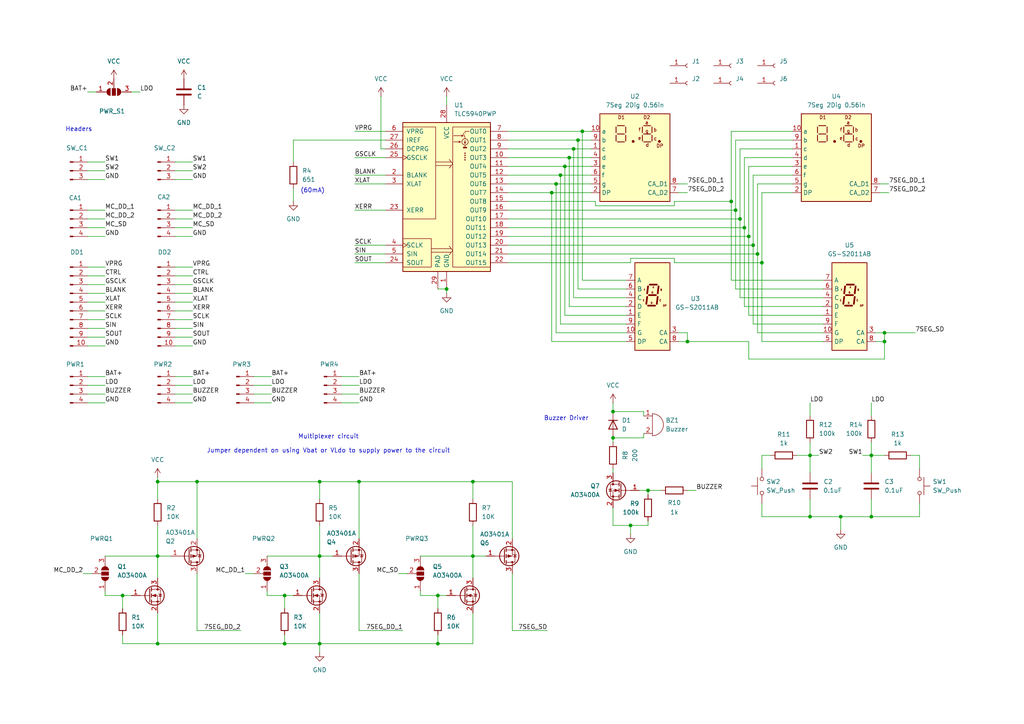
<source format=kicad_sch>
(kicad_sch (version 20231120) (generator "eeschema") (generator_version "8.0")
  (paper "A4")
  (lib_symbols
    (symbol "Connector:Conn_01x01_Socket" (pin_names (offset 1.016) hide)
      (property "Reference" "J" (at 0 2.54 0))
      (property "Value" "Conn_01x01_Socket" (at 0 -2.54 0))
      (symbol "Conn_01x01_Socket_1_1"
        (pin passive line (at -5.08 0 0) (length 3.81) (name "Pin_1") (number "1"))
      )
    )
    (symbol "Connector:Conn_01x03_Pin" (pin_names (offset 1.016) hide)
      (property "Reference" "J" (at 0 5.08 0))
      (property "Value" "Conn_01x03_Pin" (at 0 -5.08 0))
      (symbol "Conn_01x03_Pin_1_1"
        (pin passive line (at 5.08 2.54 180) (length 3.81) (name "Pin_1") (number "1"))
        (pin passive line (at 5.08 0 180) (length 3.81) (name "Pin_2") (number "2"))
        (pin passive line (at 5.08 -2.54 180) (length 3.81) (name "Pin_3") (number "3"))
      )
    )
    (symbol "Connector:Conn_01x04_Pin" (pin_names (offset 1.016) hide)
      (property "Reference" "J" (at 0 5.08 0))
      (property "Value" "Conn_01x04_Pin" (at 0 -7.62 0))
      (symbol "Conn_01x04_Pin_1_1"
        (pin passive line (at 5.08 2.54 180) (length 3.81) (name "Pin_1") (number "1"))
        (pin passive line (at 5.08 0 180) (length 3.81) (name "Pin_2") (number "2"))
        (pin passive line (at 5.08 -2.54 180) (length 3.81) (name "Pin_3") (number "3"))
        (pin passive line (at 5.08 -5.08 180) (length 3.81) (name "Pin_4") (number "4"))
      )
    )
    (symbol "Connector:Conn_01x10_Pin" (pin_names (offset 1.016) hide)
      (property "Reference" "J" (at 0 12.7 0))
      (property "Value" "Conn_01x10_Pin" (at 0 -15.24 0))
      (symbol "Conn_01x10_Pin_1_1"
        (pin passive line (at 5.08 10.16 180) (length 3.81) (name "Pin_1") (number "1"))
        (pin passive line (at 5.08 -12.7 180) (length 3.81) (name "Pin_10") (number "10"))
        (pin passive line (at 5.08 7.62 180) (length 3.81) (name "Pin_2") (number "2"))
        (pin passive line (at 5.08 5.08 180) (length 3.81) (name "Pin_3") (number "3"))
        (pin passive line (at 5.08 2.54 180) (length 3.81) (name "Pin_4") (number "4"))
        (pin passive line (at 5.08 0 180) (length 3.81) (name "Pin_5") (number "5"))
        (pin passive line (at 5.08 -2.54 180) (length 3.81) (name "Pin_6") (number "6"))
        (pin passive line (at 5.08 -5.08 180) (length 3.81) (name "Pin_7") (number "7"))
        (pin passive line (at 5.08 -7.62 180) (length 3.81) (name "Pin_8") (number "8"))
        (pin passive line (at 5.08 -10.16 180) (length 3.81) (name "Pin_9") (number "9"))
      )
    )
    (symbol "Device:Buzzer" (pin_names (offset 0.0254) hide)
      (property "Reference" "BZ" (at 3.81 1.27 0))
      (property "Value" "Buzzer" (at 3.81 -1.27 0))
      (symbol "Buzzer_1_1"
        (pin passive line (at -2.54 2.54 0) (length 2.54) (name "-") (number "1"))
        (pin passive line (at -2.54 -2.54 0) (length 2.54) (name "+") (number "2"))
      )
    )
    (symbol "Device:C" (pin_numbers hide) (pin_names (offset 0.254))
      (property "Reference" "C" (at 0.635 2.54 0))
      (property "Value" "C" (at 0.635 -2.54 0))
      (symbol "C_1_1"
        (pin passive line (at 0 3.81 270) (length 2.794) (name "~") (number "1"))
        (pin passive line (at 0 -3.81 90) (length 2.794) (name "~") (number "2"))
      )
    )
    (symbol "Device:D" (pin_numbers hide) (pin_names (offset 1.016) hide)
      (property "Reference" "D" (at 0 2.54 0))
      (property "Value" "D" (at 0 -2.54 0))
      (symbol "D_1_1"
        (pin passive line (at -3.81 0 0) (length 2.54) (name "K") (number "1"))
        (pin passive line (at 3.81 0 180) (length 2.54) (name "A") (number "2"))
      )
    )
    (symbol "Device:R" (pin_numbers hide) (pin_names (offset 0))
      (property "Reference" "R" (at 2.032 0 90))
      (property "Value" "R" (at 0 0 90))
      (symbol "R_1_1"
        (pin passive line (at 0 3.81 270) (length 1.27) (name "~") (number "1"))
        (pin passive line (at 0 -3.81 90) (length 1.27) (name "~") (number "2"))
      )
    )
    (symbol "Driver_LED:TLC5940PWP" (pin_names (offset 1.016))
      (property "Reference" "U" (at -12.7 22.225 0))
      (property "Value" "TLC5940PWP" (at 1.27 22.225 0))
      (symbol "TLC5940PWP_1_1"
        (pin power_in line (at 0 -27.94 90) (length 5.08) (name "GND") (number "1"))
        (pin open_collector line (at 17.78 10.16 180) (length 5.08) (name "OUT3") (number "10"))
        (pin open_collector line (at 17.78 7.62 180) (length 5.08) (name "OUT4") (number "11"))
        (pin open_collector line (at 17.78 5.08 180) (length 5.08) (name "OUT5") (number "12"))
        (pin open_collector line (at 17.78 2.54 180) (length 5.08) (name "OUT6") (number "13"))
        (pin open_collector line (at 17.78 0 180) (length 5.08) (name "OUT7") (number "14"))
        (pin open_collector line (at 17.78 -2.54 180) (length 5.08) (name "OUT8") (number "15"))
        (pin open_collector line (at 17.78 -5.08 180) (length 5.08) (name "OUT9") (number "16"))
        (pin open_collector line (at 17.78 -7.62 180) (length 5.08) (name "OUT10") (number "17"))
        (pin open_collector line (at 17.78 -10.16 180) (length 5.08) (name "OUT11") (number "18"))
        (pin open_collector line (at 17.78 -12.7 180) (length 5.08) (name "OUT12") (number "19"))
        (pin input line (at -17.78 5.08 0) (length 5.08) (name "BLANK") (number "2"))
        (pin open_collector line (at 17.78 -15.24 180) (length 5.08) (name "OUT13") (number "20"))
        (pin open_collector line (at 17.78 -17.78 180) (length 5.08) (name "OUT14") (number "21"))
        (pin open_collector line (at 17.78 -20.32 180) (length 5.08) (name "OUT15") (number "22"))
        (pin open_collector line (at -17.78 -5.08 0) (length 5.08) (name "XERR") (number "23"))
        (pin output line (at -17.78 -20.32 0) (length 5.08) (name "SOUT") (number "24"))
        (pin input clock (at -17.78 10.16 0) (length 5.08) (name "GSCLK") (number "25"))
        (pin input line (at -17.78 12.7 0) (length 5.08) (name "DCPRG") (number "26"))
        (pin input line (at -17.78 15.24 0) (length 5.08) (name "IREF") (number "27"))
        (pin power_in line (at 0 25.4 270) (length 5.08) (name "VCC") (number "28"))
        (pin input line (at -2.54 -27.94 90) (length 5.08) (name "PAD") (number "29"))
        (pin input line (at -17.78 2.54 0) (length 5.08) (name "XLAT") (number "3"))
        (pin input clock (at -17.78 -15.24 0) (length 5.08) (name "SCLK") (number "4"))
        (pin input line (at -17.78 -17.78 0) (length 5.08) (name "SIN") (number "5"))
        (pin input line (at -17.78 17.78 0) (length 5.08) (name "VPRG") (number "6"))
        (pin open_collector line (at 17.78 17.78 180) (length 5.08) (name "OUT0") (number "7"))
        (pin open_collector line (at 17.78 15.24 180) (length 5.08) (name "OUT1") (number "8"))
        (pin open_collector line (at 17.78 12.7 180) (length 5.08) (name "OUT2") (number "9"))
      )
    )
    (symbol "Jumper:SolderJumper_3_Open" (pin_names (offset 0) hide)
      (property "Reference" "JP" (at -2.54 -2.54 0))
      (property "Value" "SolderJumper_3_Open" (at 0 2.794 0))
      (symbol "SolderJumper_3_Open_1_1"
        (pin passive line (at -5.08 0 0) (length 2.54) (name "A") (number "1"))
        (pin passive line (at 0 -3.81 90) (length 2.54) (name "C") (number "2"))
        (pin passive line (at 5.08 0 180) (length 2.54) (name "B") (number "3"))
      )
    )
    (symbol "Luis:7Seg 0.2in" (pin_names (offset 0.635))
      (property "Reference" "U" (at -2.54 13.97 0))
      (property "Value" "GS-S2011AB" (at 1.27 13.97 0))
      (symbol "7Seg 0.2in_0_0"
        (text "A" (at 0.254 5.588 0) (effects (font (size 0.508 0.508))))
        (text "B" (at 2.54 4.826 0) (effects (font (size 0.508 0.508))))
        (text "C" (at 2.286 1.778 0) (effects (font (size 0.508 0.508))))
        (text "D" (at -0.254 1.016 0) (effects (font (size 0.508 0.508))))
        (text "DP" (at 3.556 0.254 0) (effects (font (size 0.508 0.508))))
        (text "E" (at -2.54 1.778 0) (effects (font (size 0.508 0.508))))
        (text "F" (at -2.286 4.826 0) (effects (font (size 0.508 0.508))))
        (text "G" (at 0 4.064 0) (effects (font (size 0.508 0.508))))
      )
      (symbol "7Seg 0.2in_1_1"
        (pin input line (at -7.62 -2.54 0) (length 2.54) (name "E") (number "1"))
        (pin input line (at -7.62 -7.62 0) (length 2.54) (name "G") (number "10"))
        (pin input line (at -7.62 0 0) (length 2.54) (name "D") (number "2"))
        (pin input line (at 7.62 -7.62 180) (length 2.54) (name "CA") (number "3"))
        (pin input line (at -7.62 2.54 0) (length 2.54) (name "C") (number "4"))
        (pin input line (at -7.62 -10.16 0) (length 2.54) (name "DP") (number "5"))
        (pin input line (at -7.62 5.08 0) (length 2.54) (name "B") (number "6"))
        (pin input line (at -7.62 7.62 0) (length 2.54) (name "A") (number "7"))
        (pin input line (at 7.62 -10.16 180) (length 2.54) (name "CA") (number "8"))
        (pin input line (at -7.62 -5.08 0) (length 2.54) (name "F") (number "9"))
      )
    )
    (symbol "Luis:7Seg 2Dig 0.56in"
      (property "Reference" "U" (at -8.89 13.97 0))
      (property "Value" "7Seg 2Dig 0.56in" (at -2.794 -14.224 0))
      (symbol "7Seg 2Dig 0.56in_0_0"
        (text "a" (at 3.4544 10.1854 0) (effects (font (size 0.9906 0.9906))))
        (text "b" (at 5.842 8.0772 0) (effects (font (size 0.9906 0.9906))))
        (text "c" (at 5.9436 5.5372 0) (effects (font (size 0.9906 0.9906))))
        (text "d" (at 3.6068 3.683 0) (effects (font (size 0.9906 0.9906))))
        (text "D1" (at -3.937 11.684 0) (effects (font (size 0.9906 0.9906))))
        (text "D2" (at 3.429 11.684 0) (effects (font (size 0.9906 0.9906))))
        (text "DP" (at 7.239 3.429 0) (effects (font (size 0.9906 0.9906))))
        (text "e" (at 1.3716 5.6388 0) (effects (font (size 0.9906 0.9906))))
        (text "f" (at 1.3716 8.1026 0) (effects (font (size 0.9906 0.9906))))
        (text "g" (at 3.5052 7.7216 0) (effects (font (size 0.9906 0.9906))))
      )
      (symbol "7Seg 2Dig 0.56in_1_1"
        (pin input line (at -12.7 2.54 0) (length 2.54) (name "c") (number "1"))
        (pin input line (at -12.7 7.62 0) (length 2.54) (name "a") (number "10"))
        (pin input line (at -12.7 -10.16 0) (length 2.54) (name "DP") (number "2"))
        (pin input line (at -12.7 -2.54 0) (length 2.54) (name "e") (number "3"))
        (pin input line (at -12.7 0 0) (length 2.54) (name "d") (number "4"))
        (pin input line (at -12.7 -7.62 0) (length 2.54) (name "g") (number "5"))
        (pin input line (at -12.7 -5.08 0) (length 2.54) (name "f") (number "6"))
        (pin input line (at 12.7 -10.16 180) (length 2.54) (name "CA_D2") (number "7"))
        (pin input line (at 12.7 -7.62 180) (length 2.54) (name "CA_D1") (number "8"))
        (pin input line (at -12.7 5.08 0) (length 2.54) (name "b") (number "9"))
      )
    )
    (symbol "Switch:SW_Push" (pin_numbers hide) (pin_names (offset 1.016) hide)
      (property "Reference" "SW" (at 1.27 2.54 0))
      (property "Value" "SW_Push" (at 0 -1.524 0))
      (symbol "SW_Push_0_1"
        (pin passive line (at -5.08 0 0) (length 2.54) (name "1") (number "1"))
        (pin passive line (at 5.08 0 180) (length 2.54) (name "2") (number "2"))
      )
    )
    (symbol "Transistor_FET:AO3400A" (pin_names hide)
      (property "Reference" "Q" (at 5.08 1.905 0))
      (property "Value" "AO3400A" (at 5.08 0 0))
      (symbol "AO3400A_1_1"
        (pin input line (at -5.08 0 0) (length 2.54) (name "G") (number "1"))
        (pin passive line (at 2.54 -5.08 90) (length 2.54) (name "S") (number "2"))
        (pin passive line (at 2.54 5.08 270) (length 2.54) (name "D") (number "3"))
      )
    )
    (symbol "Transistor_FET:AO3401A" (pin_names hide)
      (property "Reference" "Q" (at 5.08 1.905 0))
      (property "Value" "AO3401A" (at 5.08 0 0))
      (symbol "AO3401A_1_1"
        (pin input line (at -5.08 0 0) (length 2.54) (name "G") (number "1"))
        (pin passive line (at 2.54 -5.08 90) (length 2.54) (name "S") (number "2"))
        (pin passive line (at 2.54 5.08 270) (length 2.54) (name "D") (number "3"))
      )
    )
    (symbol "power:GND" (power) (pin_numbers hide) (pin_names (offset 0) hide)
      (property "Value" "GND" (at 0 -3.81 0))
      (symbol "GND_1_1"
        (pin power_in line (at 0 0 270) (length 0) (name "~") (number "1"))
      )
    )
    (symbol "power:VCC" (power) (pin_numbers hide) (pin_names (offset 0) hide)
      (property "Value" "VCC" (at 0 3.556 0))
      (symbol "VCC_1_1"
        (pin power_in line (at 0 0 90) (length 0) (name "~") (number "1"))
      )
    )
  )
  (junction (at 160.02 55.88))
  (junction (at 166.37 43.18))
  (junction (at 92.71 139.7))
  (junction (at 256.54 99.06))
  (junction (at 215.9 66.04))
  (junction (at 127 186.69))
  (junction (at 219.71 73.66))
  (junction (at 129.54 83.82))
  (junction (at 45.72 186.69))
  (junction (at 187.96 142.24))
  (junction (at 127 172.72))
  (junction (at 182.88 152.4))
  (junction (at 161.29 53.34))
  (junction (at 217.17 68.58))
  (junction (at 163.83 48.26))
  (junction (at 137.16 161.29))
  (junction (at 243.84 149.86))
  (junction (at 214.63 63.5))
  (junction (at 252.73 132.08))
  (junction (at 35.56 172.72))
  (junction (at 212.09 58.42))
  (junction (at 104.14 139.7))
  (junction (at 218.44 71.12))
  (junction (at 92.71 161.29))
  (junction (at 213.36 60.96))
  (junction (at 162.56 50.8))
  (junction (at 82.55 172.72))
  (junction (at 45.72 139.7))
  (junction (at 199.39 99.06))
  (junction (at 234.95 149.86))
  (junction (at 167.64 40.64))
  (junction (at 137.16 139.7))
  (junction (at 57.15 139.7))
  (junction (at 256.54 96.52))
  (junction (at 45.72 161.29))
  (junction (at 92.71 186.69))
  (junction (at 234.95 132.08))
  (junction (at 220.98 76.2))
  (junction (at 168.91 38.1))
  (junction (at 177.8 119.38))
  (junction (at 177.8 127))
  (junction (at 82.55 186.69))
  (junction (at 165.1 45.72))
  (junction (at 252.73 149.86))
  (wire (pts (xy 129.54 85.09) (xy 129.54 83.82)))
  (wire (pts (xy 35.56 186.69) (xy 45.72 186.69)))
  (wire (pts (xy 85.09 58.42) (xy 85.09 54.61)))
  (wire (pts (xy 229.87 55.88) (xy 220.98 55.88)))
  (wire (pts (xy 45.72 161.29) (xy 45.72 167.64)))
  (wire (pts (xy 187.96 152.4) (xy 182.88 152.4)))
  (wire (pts (xy 167.64 83.82) (xy 181.61 83.82)))
  (wire (pts (xy 85.09 40.64) (xy 111.76 40.64)))
  (wire (pts (xy 217.17 99.06) (xy 217.17 104.14)))
  (wire (pts (xy 30.48 100.33) (xy 25.4 100.33)))
  (wire (pts (xy 229.87 50.8) (xy 218.44 50.8)))
  (wire (pts (xy 92.71 161.29) (xy 92.71 167.64)))
  (wire (pts (xy 147.32 53.34) (xy 161.29 53.34)))
  (wire (pts (xy 163.83 48.26) (xy 171.45 48.26)))
  (wire (pts (xy 25.4 26.67) (xy 27.94 26.67)))
  (wire (pts (xy 220.98 132.08) (xy 223.52 132.08)))
  (wire (pts (xy 161.29 53.34) (xy 161.29 96.52)))
  (wire (pts (xy 85.09 46.99) (xy 85.09 40.64)))
  (wire (pts (xy 137.16 161.29) (xy 140.97 161.29)))
  (wire (pts (xy 147.32 55.88) (xy 160.02 55.88)))
  (wire (pts (xy 147.32 45.72) (xy 165.1 45.72)))
  (wire (pts (xy 147.32 48.26) (xy 163.83 48.26)))
  (wire (pts (xy 45.72 161.29) (xy 49.53 161.29)))
  (wire (pts (xy 57.15 166.37) (xy 57.15 182.88)))
  (wire (pts (xy 243.84 149.86) (xy 252.73 149.86)))
  (wire (pts (xy 55.88 82.55) (xy 50.8 82.55)))
  (wire (pts (xy 195.58 74.93) (xy 195.58 76.2)))
  (wire (pts (xy 195.58 58.42) (xy 212.09 58.42)))
  (wire (pts (xy 163.83 91.44) (xy 181.61 91.44)))
  (wire (pts (xy 158.75 182.88) (xy 148.59 182.88)))
  (wire (pts (xy 115.57 166.37) (xy 118.11 166.37)))
  (wire (pts (xy 212.09 38.1) (xy 229.87 38.1)))
  (wire (pts (xy 73.66 111.76) (xy 78.74 111.76)))
  (wire (pts (xy 45.72 138.43) (xy 45.72 139.7)))
  (wire (pts (xy 104.14 139.7) (xy 137.16 139.7)))
  (wire (pts (xy 162.56 50.8) (xy 171.45 50.8)))
  (wire (pts (xy 30.48 87.63) (xy 25.4 87.63)))
  (wire (pts (xy 182.88 74.93) (xy 195.58 74.93)))
  (wire (pts (xy 234.95 128.27) (xy 234.95 132.08)))
  (wire (pts (xy 127 172.72) (xy 127 176.53)))
  (wire (pts (xy 220.98 135.89) (xy 220.98 132.08)))
  (wire (pts (xy 55.88 46.99) (xy 50.8 46.99)))
  (wire (pts (xy 45.72 177.8) (xy 45.72 186.69)))
  (wire (pts (xy 99.06 114.3) (xy 104.14 114.3)))
  (wire (pts (xy 147.32 50.8) (xy 162.56 50.8)))
  (wire (pts (xy 30.48 92.71) (xy 25.4 92.71)))
  (wire (pts (xy 147.32 66.04) (xy 215.9 66.04)))
  (wire (pts (xy 167.64 40.64) (xy 167.64 83.82)))
  (wire (pts (xy 234.95 116.84) (xy 234.95 120.65)))
  (wire (pts (xy 177.8 119.38) (xy 186.69 119.38)))
  (wire (pts (xy 172.72 59.69) (xy 195.58 59.69)))
  (wire (pts (xy 147.32 40.64) (xy 167.64 40.64)))
  (wire (pts (xy 102.87 60.96) (xy 111.76 60.96)))
  (wire (pts (xy 199.39 99.06) (xy 217.17 99.06)))
  (wire (pts (xy 182.88 74.93) (xy 182.88 76.2)))
  (wire (pts (xy 30.48 85.09) (xy 25.4 85.09)))
  (wire (pts (xy 30.48 63.5) (xy 25.4 63.5)))
  (wire (pts (xy 127 83.82) (xy 129.54 83.82)))
  (wire (pts (xy 167.64 40.64) (xy 171.45 40.64)))
  (wire (pts (xy 104.14 139.7) (xy 104.14 156.21)))
  (wire (pts (xy 30.48 52.07) (xy 25.4 52.07)))
  (wire (pts (xy 177.8 152.4) (xy 177.8 147.32)))
  (wire (pts (xy 30.48 97.79) (xy 25.4 97.79)))
  (wire (pts (xy 55.88 66.04) (xy 50.8 66.04)))
  (wire (pts (xy 57.15 139.7) (xy 45.72 139.7)))
  (wire (pts (xy 254 96.52) (xy 256.54 96.52)))
  (wire (pts (xy 234.95 132.08) (xy 237.49 132.08)))
  (wire (pts (xy 30.48 161.29) (xy 45.72 161.29)))
  (wire (pts (xy 182.88 152.4) (xy 177.8 152.4)))
  (wire (pts (xy 212.09 58.42) (xy 212.09 81.28)))
  (wire (pts (xy 256.54 99.06) (xy 256.54 96.52)))
  (wire (pts (xy 69.85 182.88) (xy 57.15 182.88)))
  (wire (pts (xy 127 172.72) (xy 129.54 172.72)))
  (wire (pts (xy 229.87 48.26) (xy 217.17 48.26)))
  (wire (pts (xy 254 99.06) (xy 256.54 99.06)))
  (wire (pts (xy 160.02 55.88) (xy 160.02 99.06)))
  (wire (pts (xy 199.39 99.06) (xy 199.39 96.52)))
  (wire (pts (xy 266.7 149.86) (xy 266.7 146.05)))
  (wire (pts (xy 252.73 132.08) (xy 252.73 137.16)))
  (wire (pts (xy 256.54 96.52) (xy 265.43 96.52)))
  (wire (pts (xy 30.48 66.04) (xy 25.4 66.04)))
  (wire (pts (xy 217.17 68.58) (xy 217.17 91.44)))
  (wire (pts (xy 252.73 149.86) (xy 266.7 149.86)))
  (wire (pts (xy 40.64 26.67) (xy 38.1 26.67)))
  (wire (pts (xy 220.98 149.86) (xy 234.95 149.86)))
  (wire (pts (xy 147.32 63.5) (xy 214.63 63.5)))
  (wire (pts (xy 82.55 186.69) (xy 92.71 186.69)))
  (wire (pts (xy 219.71 73.66) (xy 219.71 96.52)))
  (wire (pts (xy 214.63 86.36) (xy 238.76 86.36)))
  (wire (pts (xy 213.36 60.96) (xy 213.36 83.82)))
  (wire (pts (xy 199.39 96.52) (xy 196.85 96.52)))
  (wire (pts (xy 102.87 38.1) (xy 111.76 38.1)))
  (wire (pts (xy 177.8 127) (xy 177.8 128.27)))
  (wire (pts (xy 92.71 161.29) (xy 96.52 161.29)))
  (wire (pts (xy 104.14 139.7) (xy 92.71 139.7)))
  (wire (pts (xy 55.88 92.71) (xy 50.8 92.71)))
  (wire (pts (xy 182.88 76.2) (xy 147.32 76.2)))
  (wire (pts (xy 199.39 55.88) (xy 196.85 55.88)))
  (wire (pts (xy 165.1 45.72) (xy 165.1 88.9)))
  (wire (pts (xy 187.96 152.4) (xy 187.96 151.13)))
  (wire (pts (xy 55.88 95.25) (xy 50.8 95.25)))
  (wire (pts (xy 199.39 142.24) (xy 201.93 142.24)))
  (wire (pts (xy 177.8 116.84) (xy 177.8 119.38)))
  (wire (pts (xy 231.14 132.08) (xy 234.95 132.08)))
  (wire (pts (xy 104.14 116.84) (xy 99.06 116.84)))
  (wire (pts (xy 196.85 99.06) (xy 199.39 99.06)))
  (wire (pts (xy 55.88 90.17) (xy 50.8 90.17)))
  (wire (pts (xy 229.87 43.18) (xy 214.63 43.18)))
  (wire (pts (xy 229.87 53.34) (xy 219.71 53.34)))
  (wire (pts (xy 121.92 172.72) (xy 127 172.72)))
  (wire (pts (xy 30.48 60.96) (xy 25.4 60.96)))
  (wire (pts (xy 177.8 135.89) (xy 177.8 137.16)))
  (wire (pts (xy 55.88 100.33) (xy 50.8 100.33)))
  (wire (pts (xy 137.16 167.64) (xy 137.16 161.29)))
  (wire (pts (xy 92.71 139.7) (xy 92.71 144.78)))
  (wire (pts (xy 30.48 68.58) (xy 25.4 68.58)))
  (wire (pts (xy 256.54 99.06) (xy 256.54 104.14)))
  (wire (pts (xy 25.4 114.3) (xy 30.48 114.3)))
  (wire (pts (xy 212.09 81.28) (xy 238.76 81.28)))
  (wire (pts (xy 77.47 161.29) (xy 92.71 161.29)))
  (wire (pts (xy 166.37 43.18) (xy 166.37 86.36)))
  (wire (pts (xy 50.8 111.76) (xy 55.88 111.76)))
  (wire (pts (xy 78.74 116.84) (xy 73.66 116.84)))
  (wire (pts (xy 45.72 152.4) (xy 45.72 161.29)))
  (wire (pts (xy 55.88 116.84) (xy 50.8 116.84)))
  (wire (pts (xy 148.59 139.7) (xy 148.59 156.21)))
  (wire (pts (xy 187.96 142.24) (xy 187.96 143.51)))
  (wire (pts (xy 162.56 93.98) (xy 181.61 93.98)))
  (wire (pts (xy 212.09 38.1) (xy 212.09 58.42)))
  (wire (pts (xy 45.72 139.7) (xy 45.72 144.78)))
  (wire (pts (xy 162.56 50.8) (xy 162.56 93.98)))
  (wire (pts (xy 214.63 63.5) (xy 214.63 86.36)))
  (wire (pts (xy 182.88 154.94) (xy 182.88 152.4)))
  (wire (pts (xy 102.87 45.72) (xy 111.76 45.72)))
  (wire (pts (xy 30.48 95.25) (xy 25.4 95.25)))
  (wire (pts (xy 45.72 186.69) (xy 82.55 186.69)))
  (wire (pts (xy 218.44 71.12) (xy 218.44 93.98)))
  (wire (pts (xy 50.8 114.3) (xy 55.88 114.3)))
  (wire (pts (xy 82.55 172.72) (xy 82.55 176.53)))
  (wire (pts (xy 147.32 38.1) (xy 168.91 38.1)))
  (wire (pts (xy 195.58 76.2) (xy 220.98 76.2)))
  (wire (pts (xy 220.98 76.2) (xy 220.98 99.06)))
  (wire (pts (xy 168.91 81.28) (xy 181.61 81.28)))
  (wire (pts (xy 57.15 139.7) (xy 57.15 156.21)))
  (wire (pts (xy 147.32 68.58) (xy 217.17 68.58)))
  (wire (pts (xy 252.73 128.27) (xy 252.73 132.08)))
  (wire (pts (xy 215.9 66.04) (xy 215.9 88.9)))
  (wire (pts (xy 104.14 166.37) (xy 104.14 182.88)))
  (wire (pts (xy 219.71 53.34) (xy 219.71 73.66)))
  (wire (pts (xy 195.58 59.69) (xy 195.58 58.42)))
  (wire (pts (xy 30.48 171.45) (xy 30.48 172.72)))
  (wire (pts (xy 55.88 68.58) (xy 50.8 68.58)))
  (wire (pts (xy 30.48 116.84) (xy 25.4 116.84)))
  (wire (pts (xy 165.1 88.9) (xy 181.61 88.9)))
  (wire (pts (xy 50.8 109.22) (xy 55.88 109.22)))
  (wire (pts (xy 25.4 111.76) (xy 30.48 111.76)))
  (wire (pts (xy 55.88 85.09) (xy 50.8 85.09)))
  (wire (pts (xy 264.16 132.08) (xy 266.7 132.08)))
  (wire (pts (xy 214.63 43.18) (xy 214.63 63.5)))
  (wire (pts (xy 137.16 139.7) (xy 137.16 144.78)))
  (wire (pts (xy 217.17 104.14) (xy 256.54 104.14)))
  (wire (pts (xy 257.81 55.88) (xy 255.27 55.88)))
  (wire (pts (xy 217.17 48.26) (xy 217.17 68.58)))
  (wire (pts (xy 55.88 60.96) (xy 50.8 60.96)))
  (wire (pts (xy 77.47 171.45) (xy 77.47 172.72)))
  (wire (pts (xy 252.73 144.78) (xy 252.73 149.86)))
  (wire (pts (xy 177.8 127) (xy 186.69 127)))
  (wire (pts (xy 55.88 63.5) (xy 50.8 63.5)))
  (wire (pts (xy 102.87 53.34) (xy 111.76 53.34)))
  (wire (pts (xy 191.77 142.24) (xy 187.96 142.24)))
  (wire (pts (xy 213.36 40.64) (xy 213.36 60.96)))
  (wire (pts (xy 161.29 53.34) (xy 171.45 53.34)))
  (wire (pts (xy 199.39 53.34) (xy 196.85 53.34)))
  (wire (pts (xy 127 184.15) (xy 127 186.69)))
  (wire (pts (xy 102.87 50.8) (xy 111.76 50.8)))
  (wire (pts (xy 147.32 73.66) (xy 219.71 73.66)))
  (wire (pts (xy 185.42 142.24) (xy 187.96 142.24)))
  (wire (pts (xy 35.56 184.15) (xy 35.56 186.69)))
  (wire (pts (xy 55.88 49.53) (xy 50.8 49.53)))
  (wire (pts (xy 30.48 90.17) (xy 25.4 90.17)))
  (wire (pts (xy 234.95 144.78) (xy 234.95 149.86)))
  (wire (pts (xy 220.98 99.06) (xy 238.76 99.06)))
  (wire (pts (xy 186.69 127) (xy 186.69 125.73)))
  (wire (pts (xy 220.98 146.05) (xy 220.98 149.86)))
  (wire (pts (xy 215.9 45.72) (xy 229.87 45.72)))
  (wire (pts (xy 73.66 109.22) (xy 78.74 109.22)))
  (wire (pts (xy 73.66 114.3) (xy 78.74 114.3)))
  (wire (pts (xy 82.55 184.15) (xy 82.55 186.69)))
  (wire (pts (xy 147.32 43.18) (xy 166.37 43.18)))
  (wire (pts (xy 102.87 71.12) (xy 111.76 71.12)))
  (wire (pts (xy 30.48 80.01) (xy 25.4 80.01)))
  (wire (pts (xy 148.59 166.37) (xy 148.59 182.88)))
  (wire (pts (xy 217.17 91.44) (xy 238.76 91.44)))
  (wire (pts (xy 102.87 76.2) (xy 111.76 76.2)))
  (wire (pts (xy 161.29 96.52) (xy 181.61 96.52)))
  (wire (pts (xy 127 186.69) (xy 137.16 186.69)))
  (wire (pts (xy 168.91 38.1) (xy 168.91 81.28)))
  (wire (pts (xy 102.87 73.66) (xy 111.76 73.66)))
  (wire (pts (xy 137.16 152.4) (xy 137.16 161.29)))
  (wire (pts (xy 57.15 139.7) (xy 92.71 139.7)))
  (wire (pts (xy 163.83 48.26) (xy 163.83 91.44)))
  (wire (pts (xy 110.49 43.18) (xy 111.76 43.18)))
  (wire (pts (xy 168.91 38.1) (xy 171.45 38.1)))
  (wire (pts (xy 25.4 109.22) (xy 30.48 109.22)))
  (wire (pts (xy 218.44 93.98) (xy 238.76 93.98)))
  (wire (pts (xy 220.98 55.88) (xy 220.98 76.2)))
  (wire (pts (xy 121.92 171.45) (xy 121.92 172.72)))
  (wire (pts (xy 92.71 189.23) (xy 92.71 186.69)))
  (wire (pts (xy 252.73 132.08) (xy 256.54 132.08)))
  (wire (pts (xy 55.88 52.07) (xy 50.8 52.07)))
  (wire (pts (xy 116.84 182.88) (xy 104.14 182.88)))
  (wire (pts (xy 165.1 45.72) (xy 171.45 45.72)))
  (wire (pts (xy 92.71 152.4) (xy 92.71 161.29)))
  (wire (pts (xy 110.49 27.94) (xy 110.49 43.18)))
  (wire (pts (xy 147.32 60.96) (xy 213.36 60.96)))
  (wire (pts (xy 213.36 40.64) (xy 229.87 40.64)))
  (wire (pts (xy 234.95 132.08) (xy 234.95 137.16)))
  (wire (pts (xy 172.72 58.42) (xy 172.72 59.69)))
  (wire (pts (xy 55.88 80.01) (xy 50.8 80.01)))
  (wire (pts (xy 243.84 149.86) (xy 234.95 149.86)))
  (wire (pts (xy 160.02 55.88) (xy 171.45 55.88)))
  (wire (pts (xy 55.88 87.63) (xy 50.8 87.63)))
  (wire (pts (xy 55.88 97.79) (xy 50.8 97.79)))
  (wire (pts (xy 30.48 77.47) (xy 25.4 77.47)))
  (wire (pts (xy 55.88 77.47) (xy 50.8 77.47)))
  (wire (pts (xy 77.47 172.72) (xy 82.55 172.72)))
  (wire (pts (xy 266.7 132.08) (xy 266.7 135.89)))
  (wire (pts (xy 137.16 177.8) (xy 137.16 186.69)))
  (wire (pts (xy 250.19 132.08) (xy 252.73 132.08)))
  (wire (pts (xy 30.48 46.99) (xy 25.4 46.99)))
  (wire (pts (xy 147.32 71.12) (xy 218.44 71.12)))
  (wire (pts (xy 186.69 119.38) (xy 186.69 120.65)))
  (wire (pts (xy 35.56 172.72) (xy 35.56 176.53)))
  (wire (pts (xy 252.73 116.84) (xy 252.73 120.65)))
  (wire (pts (xy 215.9 45.72) (xy 215.9 66.04)))
  (wire (pts (xy 92.71 177.8) (xy 92.71 186.69)))
  (wire (pts (xy 243.84 149.86) (xy 243.84 153.67)))
  (wire (pts (xy 129.54 27.94) (xy 129.54 30.48)))
  (wire (pts (xy 166.37 86.36) (xy 181.61 86.36)))
  (wire (pts (xy 257.81 53.34) (xy 255.27 53.34)))
  (wire (pts (xy 160.02 99.06) (xy 181.61 99.06)))
  (wire (pts (xy 30.48 49.53) (xy 25.4 49.53)))
  (wire (pts (xy 71.12 166.37) (xy 73.66 166.37)))
  (wire (pts (xy 218.44 50.8) (xy 218.44 71.12)))
  (wire (pts (xy 35.56 172.72) (xy 38.1 172.72)))
  (wire (pts (xy 92.71 186.69) (xy 127 186.69)))
  (wire (pts (xy 30.48 82.55) (xy 25.4 82.55)))
  (wire (pts (xy 238.76 88.9) (xy 215.9 88.9)))
  (wire (pts (xy 219.71 96.52) (xy 238.76 96.52)))
  (wire (pts (xy 82.55 172.72) (xy 85.09 172.72)))
  (wire (pts (xy 166.37 43.18) (xy 171.45 43.18)))
  (wire (pts (xy 137.16 139.7) (xy 148.59 139.7)))
  (wire (pts (xy 121.92 161.29) (xy 137.16 161.29)))
  (wire (pts (xy 147.32 58.42) (xy 172.72 58.42)))
  (wire (pts (xy 213.36 83.82) (xy 238.76 83.82)))
  (wire (pts (xy 24.13 166.37) (xy 26.67 166.37)))
  (wire (pts (xy 99.06 111.76) (xy 104.14 111.76)))
  (wire (pts (xy 99.06 109.22) (xy 104.14 109.22)))
  (wire (pts (xy 30.48 172.72) (xy 35.56 172.72)))
  (text "Headers" (at 22.86 37.592 0) (effects (font (size 1.27 1.27))))
  (text "(60mA)" (at 90.678 55.372 0) (effects (font (size 1.27 1.27))))
  (text "Buzzer Driver" (at 157.734 122.174 0) (effects (font (size 1.27 1.27)) (justify left bottom)))
  (text "Multiplexer circuit\n\nJumper dependent on using Vbat or VLdo to supply power to the circuit" (at 95.25 128.778 0) (effects (font (size 1.27 1.27))))
  (label "CTRL" (at 30.48 80.01 0))
  (label "SW1" (at 250.19 132.08 180))
  (label "7SEG_SD" (at 265.43 96.52 0))
  (label "SCLK" (at 30.48 92.71 0))
  (label "XLAT" (at 102.87 53.34 0))
  (label "SW1" (at 30.48 46.99 0))
  (label "MC_DD_1" (at 30.48 60.96 0))
  (label "XLAT" (at 55.88 87.63 0))
  (label "SOUT" (at 55.88 97.79 0))
  (label "SIN" (at 55.88 95.25 0))
  (label "CTRL" (at 55.88 80.01 0))
  (label "LDO" (at 104.14 111.76 0))
  (label "7SEG_DD_2" (at 69.85 182.88 180))
  (label "LDO" (at 234.95 116.84 0))
  (label "7SEG_DD_1" (at 116.84 182.88 180))
  (label "SIN" (at 102.87 73.66 0))
  (label "LDO" (at 40.64 26.67 0))
  (label "BUZZER" (at 78.74 114.3 0))
  (label "SOUT" (at 30.48 97.79 0))
  (label "7SEG_DD_2" (at 199.39 55.88 0))
  (label "GSCLK" (at 30.48 82.55 0))
  (label "SOUT" (at 102.87 76.2 0))
  (label "7SEG_DD_1" (at 257.81 53.34 0))
  (label "VPRG" (at 102.87 38.1 0))
  (label "BAT+" (at 104.14 109.22 0))
  (label "XERR" (at 55.88 90.17 0))
  (label "MC_DD_1" (at 71.12 166.37 180))
  (label "MC_DD_2" (at 55.88 63.5 0))
  (label "GND" (at 55.88 52.07 0))
  (label "MC_SD" (at 115.57 166.37 180))
  (label "LDO" (at 55.88 111.76 0))
  (label "7SEG_DD_2" (at 257.81 55.88 0))
  (label "LDO" (at 78.74 111.76 0))
  (label "BLANK" (at 55.88 85.09 0))
  (label "7SEG_DD_1" (at 199.39 53.34 0))
  (label "GND" (at 30.48 68.58 0))
  (label "LDO" (at 30.48 111.76 0))
  (label "SW2" (at 30.48 49.53 0))
  (label "GND" (at 55.88 100.33 0))
  (label "SCLK" (at 102.87 71.12 0))
  (label "GSCLK" (at 55.88 82.55 0))
  (label "VPRG" (at 55.88 77.47 0))
  (label "XLAT" (at 30.48 87.63 0))
  (label "GND" (at 30.48 116.84 0))
  (label "XERR" (at 102.87 60.96 0))
  (label "SIN" (at 30.48 95.25 0))
  (label "GND" (at 55.88 68.58 0))
  (label "BUZZER" (at 104.14 114.3 0))
  (label "BLANK" (at 30.48 85.09 0))
  (label "GND" (at 30.48 52.07 0))
  (label "VPRG" (at 30.48 77.47 0))
  (label "XERR" (at 30.48 90.17 0))
  (label "BAT+" (at 78.74 109.22 0))
  (label "MC_DD_2" (at 24.13 166.37 180))
  (label "GND" (at 104.14 116.84 0))
  (label "GND" (at 30.48 100.33 0))
  (label "SW2" (at 237.49 132.08 0))
  (label "SW2" (at 55.88 49.53 0))
  (label "MC_SD" (at 55.88 66.04 0))
  (label "BUZZER" (at 30.48 114.3 0))
  (label "GND" (at 78.74 116.84 0))
  (label "7SEG_SD" (at 158.75 182.88 180))
  (label "MC_DD_2" (at 30.48 63.5 0))
  (label "BAT+" (at 30.48 109.22 0))
  (label "SCLK" (at 55.88 92.71 0))
  (label "BUZZER" (at 55.88 114.3 0))
  (label "GSCLK" (at 102.87 45.72 0))
  (label "BUZZER" (at 201.93 142.24 0))
  (label "GND" (at 55.88 116.84 0))
  (label "SW1" (at 55.88 46.99 0))
  (label "MC_SD" (at 30.48 66.04 0))
  (label "BAT+" (at 25.4 26.67 180))
  (label "LDO" (at 252.73 116.84 0))
  (label "BAT+" (at 55.88 109.22 0))
  (label "BLANK" (at 102.87 50.8 0))
  (label "MC_DD_1" (at 55.88 60.96 0))
  (symbol (lib_id "Jumper:SolderJumper_3_Open") (at 121.92 166.37 270) (mirror x) (unit 1)
    (property "Reference" "PWRQ3" (at 120.904 156.21 90))
    (property "Value" "SolderJumper_3_Open" (effects (hide yes)))
    (property "Footprint" "Jumper:SolderJumper-3_P1.3mm_Open_RoundedPad1.0x1.5mm_NumberLabels" (effects (hide yes)))
    (property "Description" "Solder Jumper, 3-pole, open" (effects (hide yes)))
  )
  (symbol (lib_id "Device:R") (at 92.71 148.59 0) (unit 1)
    (property "Reference" "R5" (at 95.25 147.3199 0) (effects (justify left)))
    (property "Value" "10K" (at 95.25 149.8599 0) (effects (justify left)))
    (property "Footprint" "Resistor_SMD:R_0603_1608Metric_Pad0.98x0.95mm_HandSolder" (effects (hide yes)))
    (property "Description" "Resistor" (effects (hide yes)))
  )
  (symbol (lib_id "Connector:Conn_01x04_Pin") (at 45.72 111.76 0) (unit 1)
    (property "Reference" "PWR2" (at 47.244 105.664 0))
    (property "Value" "Conn_01x04_Pin" (effects (hide yes)))
    (property "Footprint" "Connector_PinHeader_1.27mm:PinHeader_1x04_P1.27mm_Vertical" (effects (hide yes)))
    (property "Description" "Generic connector, single row, 01x04, script generated" (effects (hide yes)))
  )
  (symbol (lib_id "Device:R") (at 260.35 132.08 270) (unit 1)
    (property "Reference" "R13" (at 260.35 125.984 90))
    (property "Value" "1k" (at 260.35 128.524 90))
    (property "Footprint" "Resistor_SMD:R_0603_1608Metric_Pad0.98x0.95mm_HandSolder" (effects (hide yes)))
    (property "Description" "Resistor" (effects (hide yes)))
  )
  (symbol (lib_id "Driver_LED:TLC5940PWP") (at 129.54 55.88 0) (unit 1)
    (property "Reference" "U1" (at 131.7341 30.48 0) (effects (justify left)))
    (property "Value" "TLC5940PWP" (at 131.7341 33.02 0) (effects (justify left)))
    (property "Footprint" "Package_SO:HTSSOP-28-1EP_4.4x9.7mm_P0.65mm_EP3.4x9.5mm_Mask2.4x6.17mm_ThermalVias" (effects (hide yes)))
    (property "Datasheet" "http://www.ti.com/lit/ds/symlink/tlc5940.pdf" (effects (hide yes)))
    (property "Description" "16-Channel LED Driver With DOT Correction and Grayscale PWM Control, TSSOP package with thermal pad" (effects (hide yes)))
  )
  (symbol (lib_id "Device:R") (at 85.09 50.8 0) (unit 1)
    (property "Reference" "R4" (at 87.63 49.5299 0) (effects (justify left)))
    (property "Value" "651" (at 87.63 52.0699 0) (effects (justify left)))
    (property "Footprint" "Resistor_SMD:R_0603_1608Metric_Pad0.98x0.95mm_HandSolder" (effects (hide yes)))
    (property "Description" "Resistor" (effects (hide yes)))
  )
  (symbol (lib_id "power:VCC") (at 53.34 22.86 0) (unit 1)
    (property "Reference" "#PWR011" (effects (hide yes)))
    (property "Value" "VCC" (at 53.34 17.78 0))
    (property "Description" "Power symbol creates a global label with name \"VCC\"" (effects (hide yes)))
  )
  (symbol (lib_id "power:GND") (at 182.88 154.94 0) (mirror y) (unit 1)
    (property "Reference" "#PWR08" (effects (hide yes)))
    (property "Value" "GND" (at 182.88 160.02 0))
    (property "Description" "Power symbol creates a global label with name \"GND\" , ground" (effects (hide yes)))
  )
  (symbol (lib_id "Luis:7Seg 2Dig 0.56in") (at 242.57 45.72 0) (unit 1)
    (property "Reference" "U4" (at 242.57 27.94 0))
    (property "Value" "7Seg 2Dig 0.56in" (at 242.57 30.48 0))
    (property "Footprint" "Luis:7Seg 0.56In Double" (effects (hide yes)))
    (property "Description" "Double 7 segment LED common anode" (effects (hide yes)))
  )
  (symbol (lib_id "Connector:Conn_01x01_Socket") (at 199.39 24.13 0) (unit 1)
    (property "Reference" "J2" (at 200.66 22.8599 0) (effects (justify left)))
    (property "Value" "Conn_01x01_Socket" (effects (hide yes)))
    (property "Footprint" "MountingHole:MountingHole_2mm" (effects (hide yes)))
    (property "Description" "Generic connector, single row, 01x01, script generated" (effects (hide yes)))
  )
  (symbol (lib_id "Transistor_FET:AO3401A") (at 101.6 161.29 0) (mirror x) (unit 1)
    (property "Reference" "Q4" (at 94.742 157.226 0) (effects (justify left)))
    (property "Value" "AO3401A" (at 94.742 154.686 0) (effects (justify left)))
    (property "Footprint" "Package_TO_SOT_SMD:SOT-23" (effects (hide yes)))
    (property "Datasheet" "http://www.aosmd.com/pdfs/datasheet/AO3401A.pdf" (effects (hide yes)))
    (property "Description" "-4.0A Id, -30V Vds, P-Channel MOSFET, SOT-23" (effects (hide yes)))
  )
  (symbol (lib_id "Device:R") (at 187.96 147.32 0) (mirror y) (unit 1)
    (property "Reference" "R9" (at 185.42 146.0499 0) (effects (justify left)))
    (property "Value" "100k" (at 185.42 148.5899 0) (effects (justify left)))
    (property "Footprint" "Resistor_SMD:R_0603_1608Metric_Pad0.98x0.95mm_HandSolder" (effects (hide yes)))
    (property "Description" "Resistor" (effects (hide yes)))
  )
  (symbol (lib_id "power:VCC") (at 110.49 27.94 0) (unit 1)
    (property "Reference" "#PWR013" (effects (hide yes)))
    (property "Value" "VCC" (at 110.49 22.86 0))
    (property "Description" "Power symbol creates a global label with name \"VCC\"" (effects (hide yes)))
  )
  (symbol (lib_id "Switch:SW_Push") (at 220.98 140.97 90) (unit 1)
    (property "Reference" "SW2" (at 222.25 139.6999 90) (effects (justify right)))
    (property "Value" "SW_Push" (at 222.25 142.2399 90) (effects (justify right)))
    (property "Footprint" "Luis:Button_12x12x7.3" (effects (hide yes)))
    (property "Description" "Push button switch, generic, two pins" (effects (hide yes)))
  )
  (symbol (lib_id "Connector:Conn_01x03_Pin") (at 45.72 49.53 0) (unit 1)
    (property "Reference" "SW_C2" (at 47.752 42.926 0))
    (property "Value" "Conn_01x03_Pin" (effects (hide yes)))
    (property "Footprint" "Connector_PinHeader_1.27mm:PinHeader_1x03_P1.27mm_Vertical" (effects (hide yes)))
    (property "Description" "Generic connector, single row, 01x03, script generated" (effects (hide yes)))
  )
  (symbol (lib_id "Device:C") (at 53.34 26.67 0) (unit 1)
    (property "Reference" "C1" (at 57.15 25.3999 0) (effects (justify left)))
    (property "Value" "C" (at 57.15 27.9399 0) (effects (justify left)))
    (property "Footprint" "Capacitor_SMD:C_0603_1608Metric_Pad1.08x0.95mm_HandSolder" (effects (hide yes)))
    (property "Description" "Unpolarized capacitor" (effects (hide yes)))
  )
  (symbol (lib_id "Device:R") (at 35.56 180.34 0) (unit 1)
    (property "Reference" "R1" (at 38.1 179.0699 0) (effects (justify left)))
    (property "Value" "10K" (at 38.1 181.6099 0) (effects (justify left)))
    (property "Footprint" "Resistor_SMD:R_0603_1608Metric_Pad0.98x0.95mm_HandSolder" (effects (hide yes)))
    (property "Description" "Resistor" (effects (hide yes)))
  )
  (symbol (lib_id "Device:R") (at 234.95 124.46 0) (unit 1)
    (property "Reference" "R12" (at 237.49 123.1899 0) (effects (justify left)))
    (property "Value" "100k" (at 237.49 125.7299 0) (effects (justify left)))
    (property "Footprint" "Resistor_SMD:R_0603_1608Metric_Pad0.98x0.95mm_HandSolder" (effects (hide yes)))
    (property "Description" "Resistor" (effects (hide yes)))
  )
  (symbol (lib_id "Luis:7Seg 2Dig 0.56in") (at 184.15 45.72 0) (unit 1)
    (property "Reference" "U2" (at 184.15 27.94 0))
    (property "Value" "7Seg 2Dig 0.56in" (at 184.15 30.48 0))
    (property "Footprint" "Luis:7Seg 0.56In Double" (effects (hide yes)))
    (property "Description" "Double 7 segment LED common anode" (effects (hide yes)))
  )
  (symbol (lib_id "Luis:7Seg 0.2in") (at 189.23 88.9 0) (unit 1)
    (property "Reference" "U3" (at 201.676 86.614 0))
    (property "Value" "GS-S2011AB" (at 202.184 89.154 0))
    (property "Footprint" "Luis:GS-2011AB" (effects (hide yes)))
    (property "Description" "One digit 7 segment, common anode" (effects (hide yes)))
  )
  (symbol (lib_id "Transistor_FET:AO3400A") (at 43.18 172.72 0) (unit 1)
    (property "Reference" "Q1" (at 34.036 164.338 0) (effects (justify left)))
    (property "Value" "AO3400A" (at 34.036 166.878 0) (effects (justify left)))
    (property "Footprint" "Package_TO_SOT_SMD:SOT-23" (effects (hide yes)))
    (property "Datasheet" "http://www.aosmd.com/pdfs/datasheet/AO3400A.pdf" (effects (hide yes)))
    (property "Description" "30V Vds, 5.7A Id, N-Channel MOSFET, SOT-23" (effects (hide yes)))
  )
  (symbol (lib_id "Device:D") (at 177.8 123.19 270) (unit 1)
    (property "Reference" "D1" (at 180.34 121.9199 90) (effects (justify left)))
    (property "Value" "D" (at 180.34 124.4599 90) (effects (justify left)))
    (property "Footprint" "Diode_SMD:D_SOD-323_HandSoldering" (effects (hide yes)))
    (property "Description" "Diode" (effects (hide yes)))
    (property "Sim.Device" "D" (effects (hide yes)))
    (property "Sim.Pins" "1=K 2=A" (effects (hide yes)))
  )
  (symbol (lib_id "Jumper:SolderJumper_3_Open") (at 77.47 166.37 270) (mirror x) (unit 1)
    (property "Reference" "PWRQ2" (at 76.454 156.21 90))
    (property "Value" "SolderJumper_3_Open" (effects (hide yes)))
    (property "Footprint" "Jumper:SolderJumper-3_P1.3mm_Open_RoundedPad1.0x1.5mm_NumberLabels" (effects (hide yes)))
    (property "Description" "Solder Jumper, 3-pole, open" (effects (hide yes)))
  )
  (symbol (lib_id "Device:R") (at 137.16 148.59 0) (unit 1)
    (property "Reference" "R7" (at 139.7 147.3199 0) (effects (justify left)))
    (property "Value" "10K" (at 139.7 149.8599 0) (effects (justify left)))
    (property "Footprint" "Resistor_SMD:R_0603_1608Metric_Pad0.98x0.95mm_HandSolder" (effects (hide yes)))
    (property "Description" "Resistor" (effects (hide yes)))
  )
  (symbol (lib_id "power:GND") (at 53.34 30.48 0) (unit 1)
    (property "Reference" "#PWR012" (effects (hide yes)))
    (property "Value" "GND" (at 53.34 35.56 0))
    (property "Description" "Power symbol creates a global label with name \"GND\" , ground" (effects (hide yes)))
  )
  (symbol (lib_id "Transistor_FET:AO3400A") (at 134.62 172.72 0) (unit 1)
    (property "Reference" "Q5" (at 125.476 164.338 0) (effects (justify left)))
    (property "Value" "AO3400A" (at 125.476 166.878 0) (effects (justify left)))
    (property "Footprint" "Package_TO_SOT_SMD:SOT-23" (effects (hide yes)))
    (property "Datasheet" "http://www.aosmd.com/pdfs/datasheet/AO3400A.pdf" (effects (hide yes)))
    (property "Description" "30V Vds, 5.7A Id, N-Channel MOSFET, SOT-23" (effects (hide yes)))
  )
  (symbol (lib_id "Device:R") (at 195.58 142.24 90) (mirror x) (unit 1)
    (property "Reference" "R10" (at 195.58 145.796 90))
    (property "Value" "1k" (at 195.58 148.59 90))
    (property "Footprint" "Resistor_SMD:R_0603_1608Metric_Pad0.98x0.95mm_HandSolder" (effects (hide yes)))
    (property "Description" "Resistor" (effects (hide yes)))
  )
  (symbol (lib_id "Connector:Conn_01x04_Pin") (at 20.32 111.76 0) (unit 1)
    (property "Reference" "PWR1" (at 21.844 105.664 0))
    (property "Value" "Conn_01x04_Pin" (effects (hide yes)))
    (property "Footprint" "Connector_PinHeader_1.27mm:PinHeader_1x04_P1.27mm_Vertical" (effects (hide yes)))
    (property "Description" "Generic connector, single row, 01x04, script generated" (effects (hide yes)))
  )
  (symbol (lib_id "Connector:Conn_01x03_Pin") (at 20.32 49.53 0) (unit 1)
    (property "Reference" "SW_C1" (at 22.352 42.926 0))
    (property "Value" "Conn_01x03_Pin" (effects (hide yes)))
    (property "Footprint" "Connector_PinHeader_1.27mm:PinHeader_1x03_P1.27mm_Vertical" (effects (hide yes)))
    (property "Description" "Generic connector, single row, 01x03, script generated" (effects (hide yes)))
  )
  (symbol (lib_id "Connector:Conn_01x04_Pin") (at 20.32 63.5 0) (unit 1)
    (property "Reference" "CA1" (at 21.844 57.404 0))
    (property "Value" "Conn_01x04_Pin" (effects (hide yes)))
    (property "Footprint" "Connector_PinHeader_1.27mm:PinHeader_1x04_P1.27mm_Vertical" (effects (hide yes)))
    (property "Description" "Generic connector, single row, 01x04, script generated" (effects (hide yes)))
  )
  (symbol (lib_id "Device:R") (at 252.73 124.46 0) (mirror y) (unit 1)
    (property "Reference" "R14" (at 250.19 123.1899 0) (effects (justify left)))
    (property "Value" "100k" (at 250.19 125.7299 0) (effects (justify left)))
    (property "Footprint" "Resistor_SMD:R_0603_1608Metric_Pad0.98x0.95mm_HandSolder" (effects (hide yes)))
    (property "Description" "Resistor" (effects (hide yes)))
  )
  (symbol (lib_id "power:GND") (at 129.54 85.09 0) (unit 1)
    (property "Reference" "#PWR06" (effects (hide yes)))
    (property "Value" "GND" (at 129.54 90.17 0))
    (property "Description" "Power symbol creates a global label with name \"GND\" , ground" (effects (hide yes)))
  )
  (symbol (lib_id "Connector:Conn_01x01_Socket") (at 212.09 24.13 0) (unit 1)
    (property "Reference" "J4" (at 213.36 22.8599 0) (effects (justify left)))
    (property "Value" "Conn_01x01_Socket" (effects (hide yes)))
    (property "Footprint" "MountingHole:MountingHole_2mm" (effects (hide yes)))
    (property "Description" "Generic connector, single row, 01x01, script generated" (effects (hide yes)))
  )
  (symbol (lib_id "power:VCC") (at 129.54 27.94 0) (unit 1)
    (property "Reference" "#PWR05" (effects (hide yes)))
    (property "Value" "VCC" (at 129.54 22.86 0))
    (property "Description" "Power symbol creates a global label with name \"VCC\"" (effects (hide yes)))
  )
  (symbol (lib_id "power:GND") (at 85.09 58.42 0) (unit 1)
    (property "Reference" "#PWR03" (effects (hide yes)))
    (property "Value" "GND" (at 85.09 63.5 0))
    (property "Description" "Power symbol creates a global label with name \"GND\" , ground" (effects (hide yes)))
  )
  (symbol (lib_id "Connector:Conn_01x01_Socket") (at 224.79 24.13 0) (unit 1)
    (property "Reference" "J6" (at 226.06 22.8599 0) (effects (justify left)))
    (property "Value" "Conn_01x01_Socket" (effects (hide yes)))
    (property "Footprint" "MountingHole:MountingHole_2mm" (effects (hide yes)))
    (property "Description" "Generic connector, single row, 01x01, script generated" (effects (hide yes)))
  )
  (symbol (lib_id "Connector:Conn_01x01_Socket") (at 212.09 19.05 0) (unit 1)
    (property "Reference" "J3" (at 213.36 17.7799 0) (effects (justify left)))
    (property "Value" "Conn_01x01_Socket" (effects (hide yes)))
    (property "Footprint" "MountingHole:MountingHole_2mm" (effects (hide yes)))
    (property "Description" "Generic connector, single row, 01x01, script generated" (effects (hide yes)))
  )
  (symbol (lib_id "power:VCC") (at 177.8 116.84 0) (unit 1)
    (property "Reference" "#PWR07" (effects (hide yes)))
    (property "Value" "VCC" (at 177.8 111.76 0))
    (property "Description" "Power symbol creates a global label with name \"VCC\"" (effects (hide yes)))
  )
  (symbol (lib_id "Connector:Conn_01x10_Pin") (at 45.72 87.63 0) (unit 1)
    (property "Reference" "DD2" (at 47.752 73.152 0))
    (property "Value" "Conn_01x10_Pin" (effects (hide yes)))
    (property "Footprint" "Connector_PinSocket_1.27mm:PinSocket_1x10_P1.27mm_Vertical" (effects (hide yes)))
    (property "Description" "Generic connector, single row, 01x10, script generated" (effects (hide yes)))
  )
  (symbol (lib_id "Jumper:SolderJumper_3_Open") (at 33.02 26.67 0) (mirror x) (unit 1)
    (property "Reference" "PWR_S1" (at 32.512 32.258 0))
    (property "Value" "SolderJumper_3_Open" (effects (hide yes)))
    (property "Footprint" "Jumper:SolderJumper-3_P1.3mm_Open_RoundedPad1.0x1.5mm_NumberLabels" (effects (hide yes)))
    (property "Description" "Solder Jumper, 3-pole, open" (effects (hide yes)))
  )
  (symbol (lib_id "Connector:Conn_01x04_Pin") (at 93.98 111.76 0) (unit 1)
    (property "Reference" "PWR4" (at 95.504 105.664 0))
    (property "Value" "Conn_01x04_Pin" (effects (hide yes)))
    (property "Footprint" "Connector_PinHeader_1.27mm:PinHeader_1x04_P1.27mm_Vertical" (effects (hide yes)))
    (property "Description" "Generic connector, single row, 01x04, script generated" (effects (hide yes)))
  )
  (symbol (lib_id "Transistor_FET:AO3401A") (at 146.05 161.29 0) (mirror x) (unit 1)
    (property "Reference" "Q6" (at 139.192 157.48 0) (effects (justify left)))
    (property "Value" "AO3401A" (at 139.192 154.94 0) (effects (justify left)))
    (property "Footprint" "Package_TO_SOT_SMD:SOT-23" (effects (hide yes)))
    (property "Datasheet" "http://www.aosmd.com/pdfs/datasheet/AO3401A.pdf" (effects (hide yes)))
    (property "Description" "-4.0A Id, -30V Vds, P-Channel MOSFET, SOT-23" (effects (hide yes)))
  )
  (symbol (lib_id "power:GND") (at 92.71 189.23 0) (unit 1)
    (property "Reference" "#PWR04" (effects (hide yes)))
    (property "Value" "GND" (at 92.71 194.31 0))
    (property "Description" "Power symbol creates a global label with name \"GND\" , ground" (effects (hide yes)))
  )
  (symbol (lib_id "Transistor_FET:AO3400A") (at 90.17 172.72 0) (unit 1)
    (property "Reference" "Q3" (at 81.026 164.338 0) (effects (justify left)))
    (property "Value" "AO3400A" (at 81.026 166.878 0) (effects (justify left)))
    (property "Footprint" "Package_TO_SOT_SMD:SOT-23" (effects (hide yes)))
    (property "Datasheet" "http://www.aosmd.com/pdfs/datasheet/AO3400A.pdf" (effects (hide yes)))
    (property "Description" "30V Vds, 5.7A Id, N-Channel MOSFET, SOT-23" (effects (hide yes)))
  )
  (symbol (lib_id "power:VCC") (at 33.02 22.86 0) (unit 1)
    (property "Reference" "#PWR02" (effects (hide yes)))
    (property "Value" "VCC" (at 33.02 17.78 0))
    (property "Description" "Power symbol creates a global label with name \"VCC\"" (effects (hide yes)))
  )
  (symbol (lib_id "Connector:Conn_01x01_Socket") (at 224.79 19.05 0) (unit 1)
    (property "Reference" "J5" (at 226.06 17.7799 0) (effects (justify left)))
    (property "Value" "Conn_01x01_Socket" (effects (hide yes)))
    (property "Footprint" "MountingHole:MountingHole_2mm" (effects (hide yes)))
    (property "Description" "Generic connector, single row, 01x01, script generated" (effects (hide yes)))
  )
  (symbol (lib_id "Connector:Conn_01x04_Pin") (at 68.58 111.76 0) (unit 1)
    (property "Reference" "PWR3" (at 70.104 105.664 0))
    (property "Value" "Conn_01x04_Pin" (effects (hide yes)))
    (property "Footprint" "Connector_PinHeader_1.27mm:PinHeader_1x04_P1.27mm_Vertical" (effects (hide yes)))
    (property "Description" "Generic connector, single row, 01x04, script generated" (effects (hide yes)))
  )
  (symbol (lib_id "Connector:Conn_01x01_Socket") (at 199.39 19.05 0) (unit 1)
    (property "Reference" "J1" (at 200.66 17.7799 0) (effects (justify left)))
    (property "Value" "Conn_01x01_Socket" (effects (hide yes)))
    (property "Footprint" "MountingHole:MountingHole_2mm" (effects (hide yes)))
    (property "Description" "Generic connector, single row, 01x01, script generated" (effects (hide yes)))
  )
  (symbol (lib_id "Transistor_FET:AO3401A") (at 54.61 161.29 0) (mirror x) (unit 1)
    (property "Reference" "Q2" (at 48.006 156.972 0) (effects (justify left)))
    (property "Value" "AO3401A" (at 48.006 154.432 0) (effects (justify left)))
    (property "Footprint" "Package_TO_SOT_SMD:SOT-23" (effects (hide yes)))
    (property "Datasheet" "http://www.aosmd.com/pdfs/datasheet/AO3401A.pdf" (effects (hide yes)))
    (property "Description" "-4.0A Id, -30V Vds, P-Channel MOSFET, SOT-23" (effects (hide yes)))
  )
  (symbol (lib_id "Device:C") (at 234.95 140.97 0) (unit 1)
    (property "Reference" "C2" (at 241.554 139.7 0) (effects (justify right)))
    (property "Value" "0.1uF" (at 238.76 142.2399 0) (effects (justify left)))
    (property "Footprint" "Capacitor_SMD:C_0805_2012Metric_Pad1.18x1.45mm_HandSolder" (effects (hide yes)))
    (property "Description" "Unpolarized capacitor" (effects (hide yes)))
  )
  (symbol (lib_id "Device:R") (at 45.72 148.59 0) (unit 1)
    (property "Reference" "R2" (at 48.26 147.3199 0) (effects (justify left)))
    (property "Value" "10K" (at 48.26 149.8599 0) (effects (justify left)))
    (property "Footprint" "Resistor_SMD:R_0603_1608Metric_Pad0.98x0.95mm_HandSolder" (effects (hide yes)))
    (property "Description" "Resistor" (effects (hide yes)))
  )
  (symbol (lib_id "Device:R") (at 127 180.34 0) (unit 1)
    (property "Reference" "R6" (at 129.54 179.0699 0) (effects (justify left)))
    (property "Value" "10K" (at 129.54 181.6099 0) (effects (justify left)))
    (property "Footprint" "Resistor_SMD:R_0603_1608Metric_Pad0.98x0.95mm_HandSolder" (effects (hide yes)))
    (property "Description" "Resistor" (effects (hide yes)))
  )
  (symbol (lib_id "Device:R") (at 227.33 132.08 90) (mirror x) (unit 1)
    (property "Reference" "R11" (at 227.33 125.984 90))
    (property "Value" "1k" (at 227.33 128.524 90))
    (property "Footprint" "Resistor_SMD:R_0603_1608Metric_Pad0.98x0.95mm_HandSolder" (effects (hide yes)))
    (property "Description" "Resistor" (effects (hide yes)))
  )
  (symbol (lib_id "power:VCC") (at 45.72 138.43 0) (unit 1)
    (property "Reference" "#PWR01" (effects (hide yes)))
    (property "Value" "VCC" (at 45.72 133.35 0))
    (property "Description" "Power symbol creates a global label with name \"VCC\"" (effects (hide yes)))
  )
  (symbol (lib_id "Switch:SW_Push") (at 266.7 140.97 270) (unit 1)
    (property "Reference" "SW1" (at 270.51 139.6999 90) (effects (justify left)))
    (property "Value" "SW_Push" (at 270.51 142.2399 90) (effects (justify left)))
    (property "Footprint" "Luis:Button_12x12x7.3" (effects (hide yes)))
    (property "Description" "Push button switch, generic, two pins" (effects (hide yes)))
  )
  (symbol (lib_id "Device:Buzzer") (at 189.23 123.19 0) (unit 1)
    (property "Reference" "BZ1" (at 193.04 121.9199 0) (effects (justify left)))
    (property "Value" "Buzzer" (at 193.04 124.4599 0) (effects (justify left)))
    (property "Footprint" "Buzzer_Beeper:Buzzer_TDK_PS1240P02BT_D12.2mm_H6.5mm" (effects (hide yes)))
    (property "Description" "Buzzer, polarized" (effects (hide yes)))
  )
  (symbol (lib_id "Jumper:SolderJumper_3_Open") (at 30.48 166.37 270) (mirror x) (unit 1)
    (property "Reference" "PWRQ1" (at 29.464 156.21 90))
    (property "Value" "SolderJumper_3_Open" (effects (hide yes)))
    (property "Footprint" "Jumper:SolderJumper-3_P1.3mm_Open_RoundedPad1.0x1.5mm_NumberLabels" (effects (hide yes)))
    (property "Description" "Solder Jumper, 3-pole, open" (effects (hide yes)))
  )
  (symbol (lib_id "Luis:7Seg 0.2in") (at 246.38 88.9 0) (unit 1)
    (property "Reference" "U5" (at 246.38 71.12 0))
    (property "Value" "GS-S2011AB" (at 246.38 73.66 0))
    (property "Footprint" "Luis:GS-2011AB" (effects (hide yes)))
    (property "Description" "One digit 7 segment, common anode" (effects (hide yes)))
  )
  (symbol (lib_id "Connector:Conn_01x04_Pin") (at 45.72 63.5 0) (unit 1)
    (property "Reference" "CA2" (at 47.498 57.15 0))
    (property "Value" "Conn_01x04_Pin" (effects (hide yes)))
    (property "Footprint" "Connector_PinHeader_1.27mm:PinHeader_1x04_P1.27mm_Vertical" (effects (hide yes)))
    (property "Description" "Generic connector, single row, 01x04, script generated" (effects (hide yes)))
  )
  (symbol (lib_id "Transistor_FET:AO3400A") (at 180.34 142.24 0) (mirror y) (unit 1)
    (property "Reference" "Q7" (at 173.99 140.9699 0) (effects (justify left)))
    (property "Value" "AO3400A" (at 173.99 143.5099 0) (effects (justify left)))
    (property "Footprint" "Package_TO_SOT_SMD:SOT-23" (effects (hide yes)))
    (property "Datasheet" "http://www.aosmd.com/pdfs/datasheet/AO3400A.pdf" (effects (hide yes)))
    (property "Description" "30V Vds, 5.7A Id, N-Channel MOSFET, SOT-23" (effects (hide yes)))
  )
  (symbol (lib_id "Device:R") (at 177.8 132.08 0) (mirror x) (unit 1)
    (property "Reference" "R8" (at 181.356 132.08 90))
    (property "Value" "200" (at 184.15 132.08 90))
    (property "Footprint" "Resistor_SMD:R_0603_1608Metric_Pad0.98x0.95mm_HandSolder" (effects (hide yes)))
    (property "Description" "Resistor" (effects (hide yes)))
  )
  (symbol (lib_id "power:GND") (at 243.84 153.67 0) (unit 1)
    (property "Reference" "#PWR010" (effects (hide yes)))
    (property "Value" "GND" (at 243.84 158.75 0))
    (property "Description" "Power symbol creates a global label with name \"GND\" , ground" (effects (hide yes)))
  )
  (symbol (lib_id "Device:C") (at 252.73 140.97 0) (unit 1)
    (property "Reference" "C3" (at 256.54 139.6999 0) (effects (justify left)))
    (property "Value" "0.1uF" (at 256.54 142.2399 0) (effects (justify left)))
    (property "Footprint" "Capacitor_SMD:C_0805_2012Metric_Pad1.18x1.45mm_HandSolder" (effects (hide yes)))
    (property "Description" "Unpolarized capacitor" (effects (hide yes)))
  )
  (symbol (lib_id "Connector:Conn_01x10_Pin") (at 20.32 87.63 0) (unit 1)
    (property "Reference" "DD1" (at 22.352 73.152 0))
    (property "Value" "Conn_01x10_Pin" (effects (hide yes)))
    (property "Footprint" "Connector_PinSocket_1.27mm:PinSocket_1x10_P1.27mm_Vertical" (effects (hide yes)))
    (property "Description" "Generic connector, single row, 01x10, script generated" (effects (hide yes)))
  )
  (symbol (lib_id "Device:R") (at 82.55 180.34 0) (unit 1)
    (property "Reference" "R3" (at 85.09 179.0699 0) (effects (justify left)))
    (property "Value" "10K" (at 85.09 181.6099 0) (effects (justify left)))
    (property "Footprint" "Resistor_SMD:R_0603_1608Metric_Pad0.98x0.95mm_HandSolder" (effects (hide yes)))
    (property "Description" "Resistor" (effects (hide yes)))
  )
)
</source>
